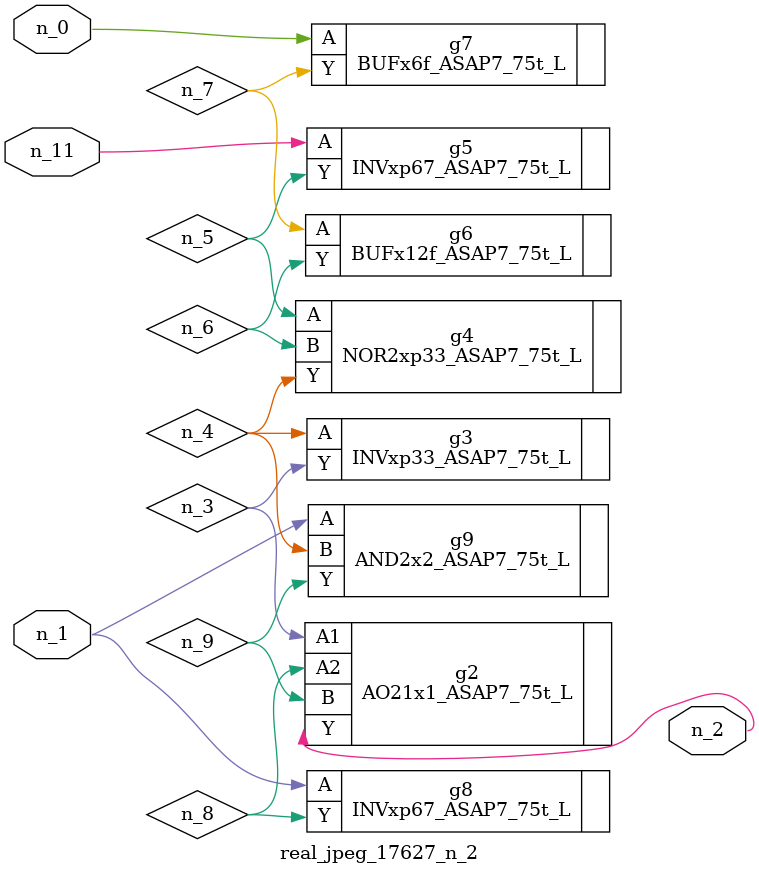
<source format=v>
module real_jpeg_17627_n_2 (n_1, n_11, n_0, n_2);

input n_1;
input n_11;
input n_0;

output n_2;

wire n_5;
wire n_8;
wire n_4;
wire n_6;
wire n_7;
wire n_3;
wire n_9;

BUFx6f_ASAP7_75t_L g7 ( 
.A(n_0),
.Y(n_7)
);

INVxp67_ASAP7_75t_L g8 ( 
.A(n_1),
.Y(n_8)
);

AND2x2_ASAP7_75t_L g9 ( 
.A(n_1),
.B(n_4),
.Y(n_9)
);

AO21x1_ASAP7_75t_L g2 ( 
.A1(n_3),
.A2(n_8),
.B(n_9),
.Y(n_2)
);

INVxp33_ASAP7_75t_L g3 ( 
.A(n_4),
.Y(n_3)
);

NOR2xp33_ASAP7_75t_L g4 ( 
.A(n_5),
.B(n_6),
.Y(n_4)
);

BUFx12f_ASAP7_75t_L g6 ( 
.A(n_7),
.Y(n_6)
);

INVxp67_ASAP7_75t_L g5 ( 
.A(n_11),
.Y(n_5)
);


endmodule
</source>
